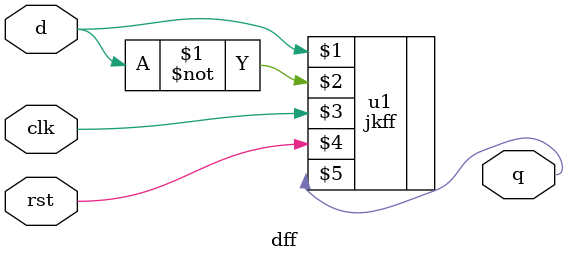
<source format=v>
`timescale 1ns / 1ps
module dff(d, clk, rst, q);
    input d;
    input clk;
    input rst;
    output q;
	 
	 jkff u1(d, ~d, clk, rst, q);
	
endmodule

</source>
